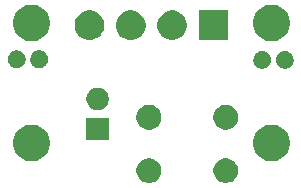
<source format=gbr>
G04 #@! TF.GenerationSoftware,KiCad,Pcbnew,5.1.5-52549c5~86~ubuntu18.04.1*
G04 #@! TF.CreationDate,2020-09-25T18:12:33-05:00*
G04 #@! TF.ProjectId,D03,4430332e-6b69-4636-9164-5f7063625858,rev?*
G04 #@! TF.SameCoordinates,Original*
G04 #@! TF.FileFunction,Soldermask,Bot*
G04 #@! TF.FilePolarity,Negative*
%FSLAX46Y46*%
G04 Gerber Fmt 4.6, Leading zero omitted, Abs format (unit mm)*
G04 Created by KiCad (PCBNEW 5.1.5-52549c5~86~ubuntu18.04.1) date 2020-09-25 18:12:33*
%MOMM*%
%LPD*%
G04 APERTURE LIST*
%ADD10C,0.100000*%
G04 APERTURE END LIST*
D10*
G36*
X40565564Y-35285989D02*
G01*
X40756833Y-35365215D01*
X40756835Y-35365216D01*
X40900778Y-35461396D01*
X40928973Y-35480235D01*
X41075365Y-35626627D01*
X41190385Y-35798767D01*
X41269611Y-35990036D01*
X41310000Y-36193084D01*
X41310000Y-36400116D01*
X41269611Y-36603164D01*
X41190385Y-36794433D01*
X41190384Y-36794435D01*
X41075365Y-36966573D01*
X40928973Y-37112965D01*
X40756835Y-37227984D01*
X40756834Y-37227985D01*
X40756833Y-37227985D01*
X40565564Y-37307211D01*
X40362516Y-37347600D01*
X40155484Y-37347600D01*
X39952436Y-37307211D01*
X39761167Y-37227985D01*
X39761166Y-37227985D01*
X39761165Y-37227984D01*
X39589027Y-37112965D01*
X39442635Y-36966573D01*
X39327616Y-36794435D01*
X39327615Y-36794433D01*
X39248389Y-36603164D01*
X39208000Y-36400116D01*
X39208000Y-36193084D01*
X39248389Y-35990036D01*
X39327615Y-35798767D01*
X39442635Y-35626627D01*
X39589027Y-35480235D01*
X39617222Y-35461396D01*
X39761165Y-35365216D01*
X39761167Y-35365215D01*
X39952436Y-35285989D01*
X40155484Y-35245600D01*
X40362516Y-35245600D01*
X40565564Y-35285989D01*
G37*
G36*
X34065564Y-35285989D02*
G01*
X34256833Y-35365215D01*
X34256835Y-35365216D01*
X34400778Y-35461396D01*
X34428973Y-35480235D01*
X34575365Y-35626627D01*
X34690385Y-35798767D01*
X34769611Y-35990036D01*
X34810000Y-36193084D01*
X34810000Y-36400116D01*
X34769611Y-36603164D01*
X34690385Y-36794433D01*
X34690384Y-36794435D01*
X34575365Y-36966573D01*
X34428973Y-37112965D01*
X34256835Y-37227984D01*
X34256834Y-37227985D01*
X34256833Y-37227985D01*
X34065564Y-37307211D01*
X33862516Y-37347600D01*
X33655484Y-37347600D01*
X33452436Y-37307211D01*
X33261167Y-37227985D01*
X33261166Y-37227985D01*
X33261165Y-37227984D01*
X33089027Y-37112965D01*
X32942635Y-36966573D01*
X32827616Y-36794435D01*
X32827615Y-36794433D01*
X32748389Y-36603164D01*
X32708000Y-36400116D01*
X32708000Y-36193084D01*
X32748389Y-35990036D01*
X32827615Y-35798767D01*
X32942635Y-35626627D01*
X33089027Y-35480235D01*
X33117222Y-35461396D01*
X33261165Y-35365216D01*
X33261167Y-35365215D01*
X33452436Y-35285989D01*
X33655484Y-35245600D01*
X33862516Y-35245600D01*
X34065564Y-35285989D01*
G37*
G36*
X24112585Y-32448802D02*
G01*
X24262410Y-32478604D01*
X24544674Y-32595521D01*
X24798705Y-32765259D01*
X25014741Y-32981295D01*
X25184479Y-33235326D01*
X25301396Y-33517590D01*
X25361000Y-33817240D01*
X25361000Y-34122760D01*
X25301396Y-34422410D01*
X25184479Y-34704674D01*
X25014741Y-34958705D01*
X24798705Y-35174741D01*
X24544674Y-35344479D01*
X24262410Y-35461396D01*
X24112585Y-35491198D01*
X23962761Y-35521000D01*
X23657239Y-35521000D01*
X23507415Y-35491198D01*
X23357590Y-35461396D01*
X23075326Y-35344479D01*
X22821295Y-35174741D01*
X22605259Y-34958705D01*
X22435521Y-34704674D01*
X22318604Y-34422410D01*
X22259000Y-34122760D01*
X22259000Y-33817240D01*
X22318604Y-33517590D01*
X22435521Y-33235326D01*
X22605259Y-32981295D01*
X22821295Y-32765259D01*
X23075326Y-32595521D01*
X23357590Y-32478604D01*
X23507415Y-32448802D01*
X23657239Y-32419000D01*
X23962761Y-32419000D01*
X24112585Y-32448802D01*
G37*
G36*
X44432585Y-32448802D02*
G01*
X44582410Y-32478604D01*
X44864674Y-32595521D01*
X45118705Y-32765259D01*
X45334741Y-32981295D01*
X45504479Y-33235326D01*
X45621396Y-33517590D01*
X45681000Y-33817240D01*
X45681000Y-34122760D01*
X45621396Y-34422410D01*
X45504479Y-34704674D01*
X45334741Y-34958705D01*
X45118705Y-35174741D01*
X44864674Y-35344479D01*
X44582410Y-35461396D01*
X44432585Y-35491198D01*
X44282761Y-35521000D01*
X43977239Y-35521000D01*
X43827415Y-35491198D01*
X43677590Y-35461396D01*
X43395326Y-35344479D01*
X43141295Y-35174741D01*
X42925259Y-34958705D01*
X42755521Y-34704674D01*
X42638604Y-34422410D01*
X42579000Y-34122760D01*
X42579000Y-33817240D01*
X42638604Y-33517590D01*
X42755521Y-33235326D01*
X42925259Y-32981295D01*
X43141295Y-32765259D01*
X43395326Y-32595521D01*
X43677590Y-32478604D01*
X43827415Y-32448802D01*
X43977239Y-32419000D01*
X44282761Y-32419000D01*
X44432585Y-32448802D01*
G37*
G36*
X30364200Y-33717000D02*
G01*
X28462200Y-33717000D01*
X28462200Y-31815000D01*
X30364200Y-31815000D01*
X30364200Y-33717000D01*
G37*
G36*
X34065564Y-30785989D02*
G01*
X34256833Y-30865215D01*
X34256835Y-30865216D01*
X34405708Y-30964690D01*
X34428973Y-30980235D01*
X34575365Y-31126627D01*
X34690385Y-31298767D01*
X34769611Y-31490036D01*
X34810000Y-31693084D01*
X34810000Y-31900116D01*
X34769611Y-32103164D01*
X34690385Y-32294433D01*
X34690384Y-32294435D01*
X34575365Y-32466573D01*
X34428973Y-32612965D01*
X34256835Y-32727984D01*
X34256834Y-32727985D01*
X34256833Y-32727985D01*
X34065564Y-32807211D01*
X33862516Y-32847600D01*
X33655484Y-32847600D01*
X33452436Y-32807211D01*
X33261167Y-32727985D01*
X33261166Y-32727985D01*
X33261165Y-32727984D01*
X33089027Y-32612965D01*
X32942635Y-32466573D01*
X32827616Y-32294435D01*
X32827615Y-32294433D01*
X32748389Y-32103164D01*
X32708000Y-31900116D01*
X32708000Y-31693084D01*
X32748389Y-31490036D01*
X32827615Y-31298767D01*
X32942635Y-31126627D01*
X33089027Y-30980235D01*
X33112292Y-30964690D01*
X33261165Y-30865216D01*
X33261167Y-30865215D01*
X33452436Y-30785989D01*
X33655484Y-30745600D01*
X33862516Y-30745600D01*
X34065564Y-30785989D01*
G37*
G36*
X40565564Y-30785989D02*
G01*
X40756833Y-30865215D01*
X40756835Y-30865216D01*
X40905708Y-30964690D01*
X40928973Y-30980235D01*
X41075365Y-31126627D01*
X41190385Y-31298767D01*
X41269611Y-31490036D01*
X41310000Y-31693084D01*
X41310000Y-31900116D01*
X41269611Y-32103164D01*
X41190385Y-32294433D01*
X41190384Y-32294435D01*
X41075365Y-32466573D01*
X40928973Y-32612965D01*
X40756835Y-32727984D01*
X40756834Y-32727985D01*
X40756833Y-32727985D01*
X40565564Y-32807211D01*
X40362516Y-32847600D01*
X40155484Y-32847600D01*
X39952436Y-32807211D01*
X39761167Y-32727985D01*
X39761166Y-32727985D01*
X39761165Y-32727984D01*
X39589027Y-32612965D01*
X39442635Y-32466573D01*
X39327616Y-32294435D01*
X39327615Y-32294433D01*
X39248389Y-32103164D01*
X39208000Y-31900116D01*
X39208000Y-31693084D01*
X39248389Y-31490036D01*
X39327615Y-31298767D01*
X39442635Y-31126627D01*
X39589027Y-30980235D01*
X39612292Y-30964690D01*
X39761165Y-30865216D01*
X39761167Y-30865215D01*
X39952436Y-30785989D01*
X40155484Y-30745600D01*
X40362516Y-30745600D01*
X40565564Y-30785989D01*
G37*
G36*
X29690595Y-29311546D02*
G01*
X29863666Y-29383234D01*
X29863667Y-29383235D01*
X30019427Y-29487310D01*
X30151890Y-29619773D01*
X30151891Y-29619775D01*
X30255966Y-29775534D01*
X30327654Y-29948605D01*
X30364200Y-30132333D01*
X30364200Y-30319667D01*
X30327654Y-30503395D01*
X30255966Y-30676466D01*
X30255965Y-30676467D01*
X30151890Y-30832227D01*
X30019427Y-30964690D01*
X29996162Y-30980235D01*
X29863666Y-31068766D01*
X29690595Y-31140454D01*
X29506867Y-31177000D01*
X29319533Y-31177000D01*
X29135805Y-31140454D01*
X28962734Y-31068766D01*
X28830238Y-30980235D01*
X28806973Y-30964690D01*
X28674510Y-30832227D01*
X28570435Y-30676467D01*
X28570434Y-30676466D01*
X28498746Y-30503395D01*
X28462200Y-30319667D01*
X28462200Y-30132333D01*
X28498746Y-29948605D01*
X28570434Y-29775534D01*
X28674509Y-29619775D01*
X28674510Y-29619773D01*
X28806973Y-29487310D01*
X28962733Y-29383235D01*
X28962734Y-29383234D01*
X29135805Y-29311546D01*
X29319533Y-29275000D01*
X29506867Y-29275000D01*
X29690595Y-29311546D01*
G37*
G36*
X43576859Y-26201860D02*
G01*
X43713532Y-26258472D01*
X43836535Y-26340660D01*
X43941140Y-26445265D01*
X43989386Y-26517470D01*
X44023329Y-26568270D01*
X44079940Y-26704941D01*
X44098696Y-26799233D01*
X44108800Y-26850033D01*
X44108800Y-26997967D01*
X44079940Y-27143059D01*
X44023328Y-27279732D01*
X43941140Y-27402735D01*
X43836535Y-27507340D01*
X43713532Y-27589528D01*
X43713531Y-27589529D01*
X43713530Y-27589529D01*
X43576859Y-27646140D01*
X43431768Y-27675000D01*
X43283832Y-27675000D01*
X43138741Y-27646140D01*
X43002070Y-27589529D01*
X43002069Y-27589529D01*
X43002068Y-27589528D01*
X42879065Y-27507340D01*
X42774460Y-27402735D01*
X42692272Y-27279732D01*
X42635660Y-27143059D01*
X42606800Y-26997967D01*
X42606800Y-26850033D01*
X42616905Y-26799233D01*
X42635660Y-26704941D01*
X42692271Y-26568270D01*
X42726214Y-26517470D01*
X42774460Y-26445265D01*
X42879065Y-26340660D01*
X43002068Y-26258472D01*
X43138741Y-26201860D01*
X43283832Y-26173000D01*
X43431768Y-26173000D01*
X43576859Y-26201860D01*
G37*
G36*
X45476859Y-26201860D02*
G01*
X45613532Y-26258472D01*
X45736535Y-26340660D01*
X45841140Y-26445265D01*
X45889386Y-26517470D01*
X45923329Y-26568270D01*
X45979940Y-26704941D01*
X45998696Y-26799233D01*
X46008800Y-26850033D01*
X46008800Y-26997967D01*
X45979940Y-27143059D01*
X45923328Y-27279732D01*
X45841140Y-27402735D01*
X45736535Y-27507340D01*
X45613532Y-27589528D01*
X45613531Y-27589529D01*
X45613530Y-27589529D01*
X45476859Y-27646140D01*
X45331768Y-27675000D01*
X45183832Y-27675000D01*
X45038741Y-27646140D01*
X44902070Y-27589529D01*
X44902069Y-27589529D01*
X44902068Y-27589528D01*
X44779065Y-27507340D01*
X44674460Y-27402735D01*
X44592272Y-27279732D01*
X44535660Y-27143059D01*
X44506800Y-26997967D01*
X44506800Y-26850033D01*
X44516905Y-26799233D01*
X44535660Y-26704941D01*
X44592271Y-26568270D01*
X44626214Y-26517470D01*
X44674460Y-26445265D01*
X44779065Y-26340660D01*
X44902068Y-26258472D01*
X45038741Y-26201860D01*
X45183832Y-26173000D01*
X45331768Y-26173000D01*
X45476859Y-26201860D01*
G37*
G36*
X22779259Y-26151060D02*
G01*
X22915932Y-26207672D01*
X23038935Y-26289860D01*
X23143540Y-26394465D01*
X23225728Y-26517468D01*
X23225729Y-26517470D01*
X23282340Y-26654141D01*
X23311200Y-26799232D01*
X23311200Y-26947168D01*
X23301095Y-26997968D01*
X23282340Y-27092259D01*
X23225728Y-27228932D01*
X23143540Y-27351935D01*
X23038935Y-27456540D01*
X22915932Y-27538728D01*
X22915931Y-27538729D01*
X22915930Y-27538729D01*
X22779259Y-27595340D01*
X22634168Y-27624200D01*
X22486232Y-27624200D01*
X22341141Y-27595340D01*
X22204470Y-27538729D01*
X22204469Y-27538729D01*
X22204468Y-27538728D01*
X22081465Y-27456540D01*
X21976860Y-27351935D01*
X21894672Y-27228932D01*
X21838060Y-27092259D01*
X21819305Y-26997968D01*
X21809200Y-26947168D01*
X21809200Y-26799232D01*
X21838060Y-26654141D01*
X21894671Y-26517470D01*
X21894672Y-26517468D01*
X21976860Y-26394465D01*
X22081465Y-26289860D01*
X22204468Y-26207672D01*
X22341141Y-26151060D01*
X22486232Y-26122200D01*
X22634168Y-26122200D01*
X22779259Y-26151060D01*
G37*
G36*
X24679259Y-26151060D02*
G01*
X24815932Y-26207672D01*
X24938935Y-26289860D01*
X25043540Y-26394465D01*
X25125728Y-26517468D01*
X25125729Y-26517470D01*
X25182340Y-26654141D01*
X25211200Y-26799232D01*
X25211200Y-26947168D01*
X25201095Y-26997968D01*
X25182340Y-27092259D01*
X25125728Y-27228932D01*
X25043540Y-27351935D01*
X24938935Y-27456540D01*
X24815932Y-27538728D01*
X24815931Y-27538729D01*
X24815930Y-27538729D01*
X24679259Y-27595340D01*
X24534168Y-27624200D01*
X24386232Y-27624200D01*
X24241141Y-27595340D01*
X24104470Y-27538729D01*
X24104469Y-27538729D01*
X24104468Y-27538728D01*
X23981465Y-27456540D01*
X23876860Y-27351935D01*
X23794672Y-27228932D01*
X23738060Y-27092259D01*
X23719305Y-26997968D01*
X23709200Y-26947168D01*
X23709200Y-26799232D01*
X23738060Y-26654141D01*
X23794671Y-26517470D01*
X23794672Y-26517468D01*
X23876860Y-26394465D01*
X23981465Y-26289860D01*
X24104468Y-26207672D01*
X24241141Y-26151060D01*
X24386232Y-26122200D01*
X24534168Y-26122200D01*
X24679259Y-26151060D01*
G37*
G36*
X24112585Y-22288802D02*
G01*
X24262410Y-22318604D01*
X24544674Y-22435521D01*
X24798705Y-22605259D01*
X25014741Y-22821295D01*
X25184479Y-23075326D01*
X25301396Y-23357590D01*
X25311310Y-23407431D01*
X25356596Y-23635097D01*
X25361000Y-23657240D01*
X25361000Y-23962760D01*
X25301396Y-24262410D01*
X25184479Y-24544674D01*
X25014741Y-24798705D01*
X24798705Y-25014741D01*
X24544674Y-25184479D01*
X24262410Y-25301396D01*
X24112585Y-25331198D01*
X23962761Y-25361000D01*
X23657239Y-25361000D01*
X23507415Y-25331198D01*
X23357590Y-25301396D01*
X23075326Y-25184479D01*
X22821295Y-25014741D01*
X22605259Y-24798705D01*
X22435521Y-24544674D01*
X22318604Y-24262410D01*
X22259000Y-23962760D01*
X22259000Y-23657240D01*
X22263405Y-23635097D01*
X22308690Y-23407431D01*
X22318604Y-23357590D01*
X22435521Y-23075326D01*
X22605259Y-22821295D01*
X22821295Y-22605259D01*
X23075326Y-22435521D01*
X23357590Y-22318604D01*
X23507415Y-22288802D01*
X23657239Y-22259000D01*
X23962761Y-22259000D01*
X24112585Y-22288802D01*
G37*
G36*
X44432585Y-22288802D02*
G01*
X44582410Y-22318604D01*
X44864674Y-22435521D01*
X45118705Y-22605259D01*
X45334741Y-22821295D01*
X45504479Y-23075326D01*
X45621396Y-23357590D01*
X45631310Y-23407431D01*
X45676596Y-23635097D01*
X45681000Y-23657240D01*
X45681000Y-23962760D01*
X45621396Y-24262410D01*
X45504479Y-24544674D01*
X45334741Y-24798705D01*
X45118705Y-25014741D01*
X44864674Y-25184479D01*
X44582410Y-25301396D01*
X44432585Y-25331198D01*
X44282761Y-25361000D01*
X43977239Y-25361000D01*
X43827415Y-25331198D01*
X43677590Y-25301396D01*
X43395326Y-25184479D01*
X43141295Y-25014741D01*
X42925259Y-24798705D01*
X42755521Y-24544674D01*
X42638604Y-24262410D01*
X42579000Y-23962760D01*
X42579000Y-23657240D01*
X42583405Y-23635097D01*
X42628690Y-23407431D01*
X42638604Y-23357590D01*
X42755521Y-23075326D01*
X42925259Y-22821295D01*
X43141295Y-22605259D01*
X43395326Y-22435521D01*
X43677590Y-22318604D01*
X43827415Y-22288802D01*
X43977239Y-22259000D01*
X44282761Y-22259000D01*
X44432585Y-22288802D01*
G37*
G36*
X29084903Y-22797075D02*
G01*
X29312571Y-22891378D01*
X29517466Y-23028285D01*
X29691715Y-23202534D01*
X29795321Y-23357591D01*
X29828623Y-23407431D01*
X29922925Y-23635097D01*
X29971000Y-23876786D01*
X29971000Y-24123214D01*
X29922925Y-24364903D01*
X29848463Y-24544672D01*
X29828622Y-24592571D01*
X29691715Y-24797466D01*
X29517466Y-24971715D01*
X29312571Y-25108622D01*
X29312570Y-25108623D01*
X29312569Y-25108623D01*
X29084903Y-25202925D01*
X28843214Y-25251000D01*
X28596786Y-25251000D01*
X28355097Y-25202925D01*
X28127431Y-25108623D01*
X28127430Y-25108623D01*
X28127429Y-25108622D01*
X27922534Y-24971715D01*
X27748285Y-24797466D01*
X27611378Y-24592571D01*
X27591538Y-24544672D01*
X27517075Y-24364903D01*
X27469000Y-24123214D01*
X27469000Y-23876786D01*
X27517075Y-23635097D01*
X27611377Y-23407431D01*
X27644679Y-23357591D01*
X27748285Y-23202534D01*
X27922534Y-23028285D01*
X28127429Y-22891378D01*
X28355097Y-22797075D01*
X28596786Y-22749000D01*
X28843214Y-22749000D01*
X29084903Y-22797075D01*
G37*
G36*
X32584903Y-22797075D02*
G01*
X32812571Y-22891378D01*
X33017466Y-23028285D01*
X33191715Y-23202534D01*
X33295321Y-23357591D01*
X33328623Y-23407431D01*
X33422925Y-23635097D01*
X33471000Y-23876786D01*
X33471000Y-24123214D01*
X33422925Y-24364903D01*
X33348463Y-24544672D01*
X33328622Y-24592571D01*
X33191715Y-24797466D01*
X33017466Y-24971715D01*
X32812571Y-25108622D01*
X32812570Y-25108623D01*
X32812569Y-25108623D01*
X32584903Y-25202925D01*
X32343214Y-25251000D01*
X32096786Y-25251000D01*
X31855097Y-25202925D01*
X31627431Y-25108623D01*
X31627430Y-25108623D01*
X31627429Y-25108622D01*
X31422534Y-24971715D01*
X31248285Y-24797466D01*
X31111378Y-24592571D01*
X31091538Y-24544672D01*
X31017075Y-24364903D01*
X30969000Y-24123214D01*
X30969000Y-23876786D01*
X31017075Y-23635097D01*
X31111377Y-23407431D01*
X31144679Y-23357591D01*
X31248285Y-23202534D01*
X31422534Y-23028285D01*
X31627429Y-22891378D01*
X31855097Y-22797075D01*
X32096786Y-22749000D01*
X32343214Y-22749000D01*
X32584903Y-22797075D01*
G37*
G36*
X36084903Y-22797075D02*
G01*
X36312571Y-22891378D01*
X36517466Y-23028285D01*
X36691715Y-23202534D01*
X36795321Y-23357591D01*
X36828623Y-23407431D01*
X36922925Y-23635097D01*
X36971000Y-23876786D01*
X36971000Y-24123214D01*
X36922925Y-24364903D01*
X36848463Y-24544672D01*
X36828622Y-24592571D01*
X36691715Y-24797466D01*
X36517466Y-24971715D01*
X36312571Y-25108622D01*
X36312570Y-25108623D01*
X36312569Y-25108623D01*
X36084903Y-25202925D01*
X35843214Y-25251000D01*
X35596786Y-25251000D01*
X35355097Y-25202925D01*
X35127431Y-25108623D01*
X35127430Y-25108623D01*
X35127429Y-25108622D01*
X34922534Y-24971715D01*
X34748285Y-24797466D01*
X34611378Y-24592571D01*
X34591538Y-24544672D01*
X34517075Y-24364903D01*
X34469000Y-24123214D01*
X34469000Y-23876786D01*
X34517075Y-23635097D01*
X34611377Y-23407431D01*
X34644679Y-23357591D01*
X34748285Y-23202534D01*
X34922534Y-23028285D01*
X35127429Y-22891378D01*
X35355097Y-22797075D01*
X35596786Y-22749000D01*
X35843214Y-22749000D01*
X36084903Y-22797075D01*
G37*
G36*
X40471000Y-25251000D02*
G01*
X37969000Y-25251000D01*
X37969000Y-22749000D01*
X40471000Y-22749000D01*
X40471000Y-25251000D01*
G37*
M02*

</source>
